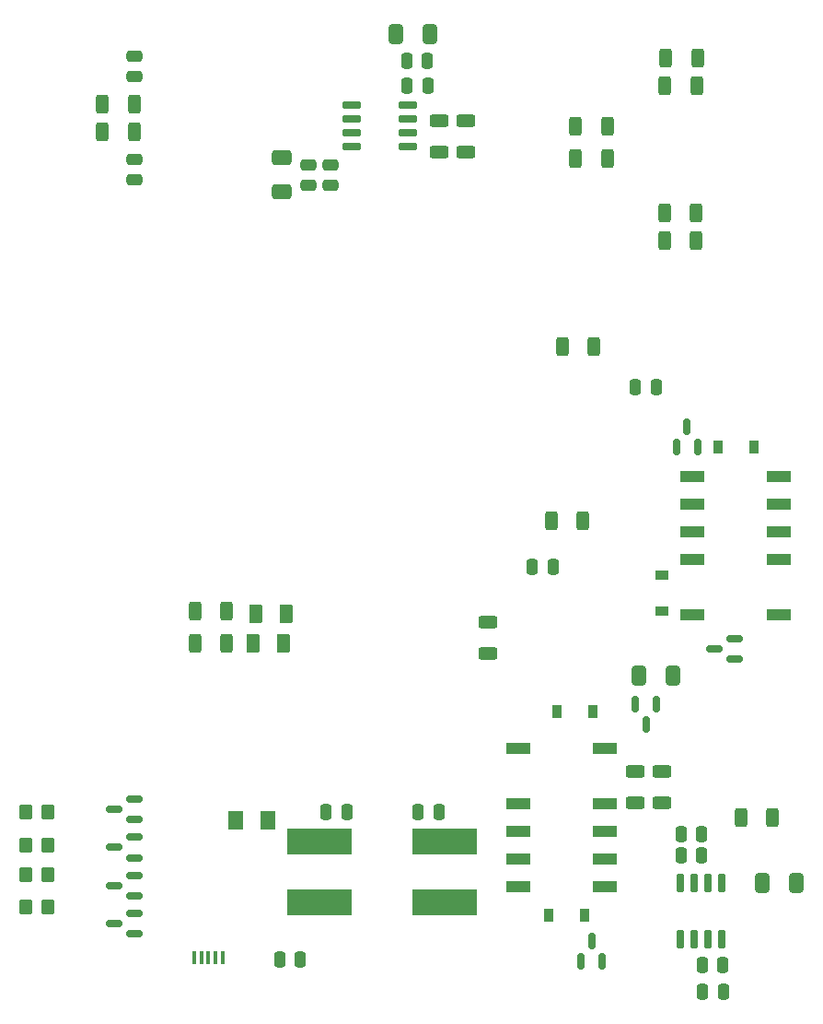
<source format=gbr>
%TF.GenerationSoftware,KiCad,Pcbnew,(6.0.0)*%
%TF.CreationDate,2024-05-04T22:15:16-04:00*%
%TF.ProjectId,Impedance_Analyzer_V4,496d7065-6461-46e6-9365-5f416e616c79,rev?*%
%TF.SameCoordinates,Original*%
%TF.FileFunction,Paste,Top*%
%TF.FilePolarity,Positive*%
%FSLAX46Y46*%
G04 Gerber Fmt 4.6, Leading zero omitted, Abs format (unit mm)*
G04 Created by KiCad (PCBNEW (6.0.0)) date 2024-05-04 22:15:16*
%MOMM*%
%LPD*%
G01*
G04 APERTURE LIST*
G04 Aperture macros list*
%AMRoundRect*
0 Rectangle with rounded corners*
0 $1 Rounding radius*
0 $2 $3 $4 $5 $6 $7 $8 $9 X,Y pos of 4 corners*
0 Add a 4 corners polygon primitive as box body*
4,1,4,$2,$3,$4,$5,$6,$7,$8,$9,$2,$3,0*
0 Add four circle primitives for the rounded corners*
1,1,$1+$1,$2,$3*
1,1,$1+$1,$4,$5*
1,1,$1+$1,$6,$7*
1,1,$1+$1,$8,$9*
0 Add four rect primitives between the rounded corners*
20,1,$1+$1,$2,$3,$4,$5,0*
20,1,$1+$1,$4,$5,$6,$7,0*
20,1,$1+$1,$6,$7,$8,$9,0*
20,1,$1+$1,$8,$9,$2,$3,0*%
G04 Aperture macros list end*
%ADD10RoundRect,0.250001X-0.462499X-0.624999X0.462499X-0.624999X0.462499X0.624999X-0.462499X0.624999X0*%
%ADD11R,0.450000X1.300000*%
%ADD12RoundRect,0.150000X0.150000X-0.587500X0.150000X0.587500X-0.150000X0.587500X-0.150000X-0.587500X0*%
%ADD13R,2.209800X0.990600*%
%ADD14R,0.900000X1.200000*%
%ADD15RoundRect,0.150000X-0.150000X0.587500X-0.150000X-0.587500X0.150000X-0.587500X0.150000X0.587500X0*%
%ADD16RoundRect,0.150000X0.587500X0.150000X-0.587500X0.150000X-0.587500X-0.150000X0.587500X-0.150000X0*%
%ADD17R,1.200000X0.900000*%
%ADD18RoundRect,0.250000X-0.350000X-0.450000X0.350000X-0.450000X0.350000X0.450000X-0.350000X0.450000X0*%
%ADD19RoundRect,0.249998X-0.625002X0.312502X-0.625002X-0.312502X0.625002X-0.312502X0.625002X0.312502X0*%
%ADD20RoundRect,0.249998X0.312502X0.625002X-0.312502X0.625002X-0.312502X-0.625002X0.312502X-0.625002X0*%
%ADD21RoundRect,0.250000X-0.475000X0.250000X-0.475000X-0.250000X0.475000X-0.250000X0.475000X0.250000X0*%
%ADD22RoundRect,0.150000X-0.725000X-0.150000X0.725000X-0.150000X0.725000X0.150000X-0.725000X0.150000X0*%
%ADD23RoundRect,0.250000X0.250000X0.475000X-0.250000X0.475000X-0.250000X-0.475000X0.250000X-0.475000X0*%
%ADD24RoundRect,0.250000X-0.250000X-0.475000X0.250000X-0.475000X0.250000X0.475000X-0.250000X0.475000X0*%
%ADD25RoundRect,0.250000X0.375000X0.625000X-0.375000X0.625000X-0.375000X-0.625000X0.375000X-0.625000X0*%
%ADD26RoundRect,0.250000X-0.375000X-0.625000X0.375000X-0.625000X0.375000X0.625000X-0.375000X0.625000X0*%
%ADD27RoundRect,0.249999X-0.625001X0.312501X-0.625001X-0.312501X0.625001X-0.312501X0.625001X0.312501X0*%
%ADD28RoundRect,0.150000X-0.150000X0.725000X-0.150000X-0.725000X0.150000X-0.725000X0.150000X0.725000X0*%
%ADD29R,5.900000X2.450000*%
%ADD30RoundRect,0.250000X0.312500X0.625000X-0.312500X0.625000X-0.312500X-0.625000X0.312500X-0.625000X0*%
%ADD31RoundRect,0.250000X-0.312500X-0.625000X0.312500X-0.625000X0.312500X0.625000X-0.312500X0.625000X0*%
%ADD32RoundRect,0.250000X0.475000X-0.250000X0.475000X0.250000X-0.475000X0.250000X-0.475000X-0.250000X0*%
%ADD33RoundRect,0.250000X-0.625000X0.312500X-0.625000X-0.312500X0.625000X-0.312500X0.625000X0.312500X0*%
%ADD34RoundRect,0.250000X-0.412500X-0.650000X0.412500X-0.650000X0.412500X0.650000X-0.412500X0.650000X0*%
%ADD35RoundRect,0.250000X0.650000X-0.412500X0.650000X0.412500X-0.650000X0.412500X-0.650000X-0.412500X0*%
%ADD36RoundRect,0.250000X0.412500X0.650000X-0.412500X0.650000X-0.412500X-0.650000X0.412500X-0.650000X0*%
G04 APERTURE END LIST*
D10*
%TO.C,F1*%
X103262500Y-124250000D03*
X106237500Y-124250000D03*
%TD*%
D11*
%TO.C,J2*%
X102050000Y-136850000D03*
X101400000Y-136850000D03*
X100750000Y-136850000D03*
X100100000Y-136850000D03*
X99450000Y-136850000D03*
%TD*%
D12*
%TO.C,Q4*%
X143850000Y-90000000D03*
X145750000Y-90000000D03*
X144800000Y-88125000D03*
%TD*%
D13*
%TO.C,K1*%
X153250000Y-105350000D03*
X153250000Y-100270000D03*
X153250000Y-97730000D03*
X153250000Y-95190000D03*
X153250000Y-92650000D03*
X145250001Y-92650000D03*
X145250001Y-95190000D03*
X145250001Y-97730000D03*
X145250001Y-100270000D03*
X145250001Y-105350000D03*
%TD*%
D14*
%TO.C,D7*%
X150900000Y-90000000D03*
X147600000Y-90000000D03*
%TD*%
D12*
%TO.C,Q3*%
X135050000Y-137187500D03*
X136950000Y-137187500D03*
X136000000Y-135312500D03*
%TD*%
D15*
%TO.C,Q2*%
X141950000Y-113562500D03*
X140050000Y-113562500D03*
X141000000Y-115437500D03*
%TD*%
D13*
%TO.C,K2*%
X129250001Y-117650001D03*
X129250001Y-122730001D03*
X129250001Y-125270001D03*
X129250001Y-127810001D03*
X129250001Y-130350001D03*
X137250000Y-130350001D03*
X137250000Y-127810001D03*
X137250000Y-125270001D03*
X137250000Y-122730001D03*
X137250000Y-117650001D03*
%TD*%
D14*
%TO.C,D3*%
X132850000Y-114250000D03*
X136150000Y-114250000D03*
%TD*%
%TO.C,D2*%
X132100000Y-133000000D03*
X135400000Y-133000000D03*
%TD*%
D16*
%TO.C,Q1*%
X149187500Y-109450000D03*
X149187500Y-107550000D03*
X147312500Y-108500000D03*
%TD*%
D17*
%TO.C,D1*%
X142500000Y-101700000D03*
X142500000Y-105000000D03*
%TD*%
D18*
%TO.C,R116*%
X84000000Y-126500000D03*
X86000000Y-126500000D03*
%TD*%
%TO.C,R115*%
X84000000Y-123500000D03*
X86000000Y-123500000D03*
%TD*%
%TO.C,R114*%
X84000000Y-132250000D03*
X86000000Y-132250000D03*
%TD*%
%TO.C,R113*%
X84000000Y-129250000D03*
X86000000Y-129250000D03*
%TD*%
D16*
%TO.C,Q23*%
X93937500Y-127700000D03*
X93937500Y-125800000D03*
X92062500Y-126750000D03*
%TD*%
%TO.C,Q22*%
X93937500Y-124200000D03*
X93937500Y-122300000D03*
X92062500Y-123250000D03*
%TD*%
%TO.C,Q21*%
X93937500Y-134700000D03*
X93937500Y-132800000D03*
X92062500Y-133750000D03*
%TD*%
%TO.C,Q20*%
X92062500Y-130250000D03*
X93937500Y-129300000D03*
X93937500Y-131200000D03*
%TD*%
D19*
%TO.C,R7*%
X126500000Y-106037500D03*
X126500000Y-108962500D03*
%TD*%
D20*
%TO.C,R8*%
X135212500Y-96750000D03*
X132287500Y-96750000D03*
%TD*%
D19*
%TO.C,R2*%
X124475000Y-59972500D03*
X124475000Y-62897500D03*
%TD*%
D21*
%TO.C,C1*%
X94000000Y-63550000D03*
X94000000Y-65450000D03*
%TD*%
D20*
%TO.C,R1*%
X93962500Y-61000000D03*
X91037500Y-61000000D03*
%TD*%
D22*
%TO.C,U1*%
X113925000Y-58595000D03*
X113925000Y-59865000D03*
X113925000Y-61135000D03*
X113925000Y-62405000D03*
X119075000Y-62405000D03*
X119075000Y-61135000D03*
X119075000Y-59865000D03*
X119075000Y-58595000D03*
%TD*%
D21*
%TO.C,C14*%
X110000000Y-64050000D03*
X110000000Y-65950000D03*
%TD*%
D23*
%TO.C,C17*%
X132450000Y-101000000D03*
X130550000Y-101000000D03*
%TD*%
D24*
%TO.C,C19*%
X119050000Y-56750000D03*
X120950000Y-56750000D03*
%TD*%
D21*
%TO.C,C20*%
X111975000Y-64050000D03*
X111975000Y-65950000D03*
%TD*%
D25*
%TO.C,D4*%
X107650000Y-108000000D03*
X104850000Y-108000000D03*
%TD*%
D26*
%TO.C,D5*%
X107900000Y-105250000D03*
X105100000Y-105250000D03*
%TD*%
D20*
%TO.C,R19*%
X102462500Y-108000000D03*
X99537500Y-108000000D03*
%TD*%
%TO.C,R20*%
X102462500Y-105000000D03*
X99537500Y-105000000D03*
%TD*%
D23*
%TO.C,C22*%
X146240000Y-140000000D03*
X148140000Y-140000000D03*
%TD*%
D24*
%TO.C,C23*%
X140050000Y-84500000D03*
X141950000Y-84500000D03*
%TD*%
%TO.C,C24*%
X119025000Y-54500000D03*
X120925000Y-54500000D03*
%TD*%
%TO.C,C21*%
X146140000Y-125500000D03*
X144240000Y-125500000D03*
%TD*%
D20*
%TO.C,R9*%
X145616250Y-70960000D03*
X142691250Y-70960000D03*
%TD*%
D27*
%TO.C,R10*%
X121975000Y-59972500D03*
X121975000Y-62897500D03*
%TD*%
%TO.C,R18*%
X140000000Y-119750000D03*
X140000000Y-122675000D03*
%TD*%
D28*
%TO.C,U2*%
X148000000Y-130000000D03*
X146730000Y-130000000D03*
X145460000Y-130000000D03*
X144190000Y-130000000D03*
X144190000Y-135150000D03*
X145460000Y-135150000D03*
X146730000Y-135150000D03*
X148000000Y-135150000D03*
%TD*%
D23*
%TO.C,C3*%
X146195000Y-137575000D03*
X148095000Y-137575000D03*
%TD*%
%TO.C,C10*%
X121950000Y-123500000D03*
X120050000Y-123500000D03*
%TD*%
D29*
%TO.C,L2*%
X111000000Y-126225000D03*
X111000000Y-131775000D03*
%TD*%
D24*
%TO.C,C8*%
X111600000Y-123500000D03*
X113500000Y-123500000D03*
%TD*%
D29*
%TO.C,L1*%
X122500000Y-126225000D03*
X122500000Y-131775000D03*
%TD*%
D24*
%TO.C,C18*%
X146140000Y-127500000D03*
X144240000Y-127500000D03*
%TD*%
D30*
%TO.C,R30*%
X137462500Y-60500000D03*
X134537500Y-60500000D03*
%TD*%
%TO.C,R22*%
X93962500Y-58500000D03*
X91037500Y-58500000D03*
%TD*%
%TO.C,R24*%
X145616250Y-68460000D03*
X142691250Y-68460000D03*
%TD*%
%TO.C,R29*%
X145765000Y-54235000D03*
X142840000Y-54235000D03*
%TD*%
D31*
%TO.C,R16*%
X152652500Y-124000000D03*
X149727500Y-124000000D03*
%TD*%
D32*
%TO.C,C15*%
X94000000Y-55950000D03*
X94000000Y-54050000D03*
%TD*%
D30*
%TO.C,R28*%
X145690000Y-56735000D03*
X142765000Y-56735000D03*
%TD*%
D23*
%TO.C,C26*%
X109200000Y-137000000D03*
X107300000Y-137000000D03*
%TD*%
D33*
%TO.C,R14*%
X142500000Y-119750000D03*
X142500000Y-122675000D03*
%TD*%
D34*
%TO.C,C12*%
X117975000Y-52000000D03*
X121100000Y-52000000D03*
%TD*%
D35*
%TO.C,C11*%
X107475000Y-66497500D03*
X107475000Y-63372500D03*
%TD*%
D34*
%TO.C,C13*%
X154815000Y-130000000D03*
X151690000Y-130000000D03*
%TD*%
D36*
%TO.C,C2*%
X143500000Y-111000000D03*
X140375000Y-111000000D03*
%TD*%
D31*
%TO.C,R26*%
X133287500Y-80750000D03*
X136212500Y-80750000D03*
%TD*%
%TO.C,R31*%
X134537500Y-63500000D03*
X137462500Y-63500000D03*
%TD*%
M02*

</source>
